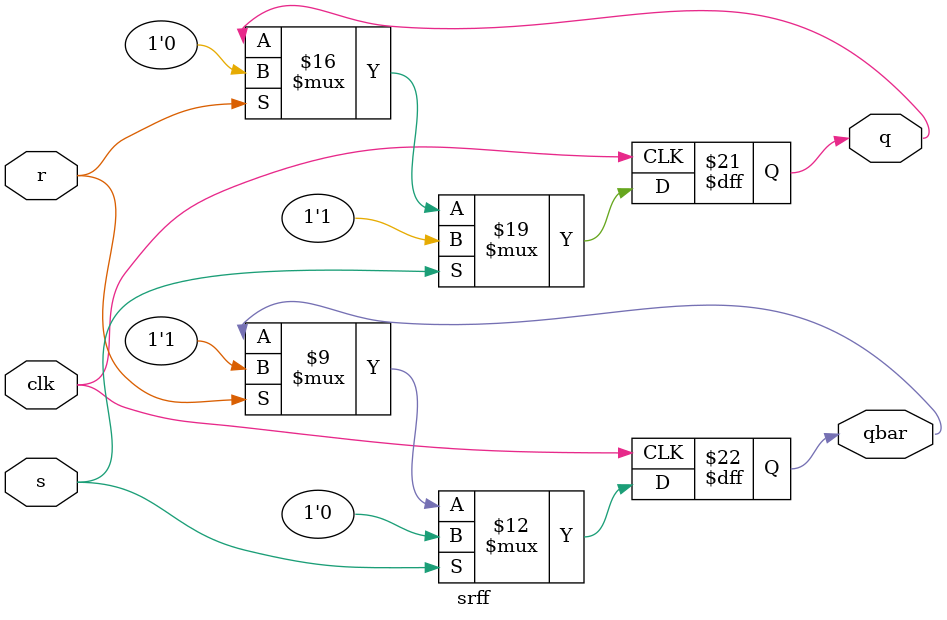
<source format=v>
module srff(s, r, clk, q, qbar);
input s,r,clk;
output reg q, qbar;
always@(posedge clk)
begin
if(s==1)
begin
q<=1;
qbar<=0;
end
else if(r==1)
begin
q<=0;
qbar<=1;
end
else if(s==0 & r==0)
begin
q <= q;
qbar <= qbar;
end 
end
endmodule


</source>
